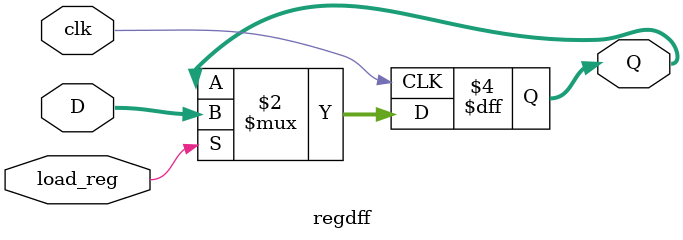
<source format=v>
`timescale 1ns / 1ps

module regdff(output reg [31:0] Q, input [31:0] D, input load_reg, input clk);
    always @(posedge clk)
    if (load_reg) Q <= D;    
endmodule

</source>
